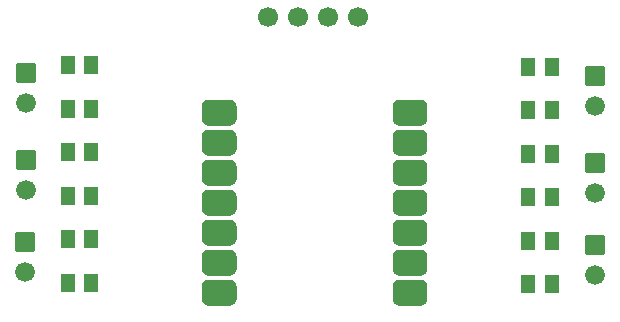
<source format=gts>
G04 Layer: TopSolderMaskLayer*
G04 EasyEDA v6.5.39, 2024-01-01 10:38:23*
G04 ea5c35bb8de24b5fb85cbc62f3f06c18,0207d7639cbd4ff9ba197a67aa53e6ca,10*
G04 Gerber Generator version 0.2*
G04 Scale: 100 percent, Rotated: No, Reflected: No *
G04 Dimensions in millimeters *
G04 leading zeros omitted , absolute positions ,4 integer and 5 decimal *
%FSLAX45Y45*%
%MOMM*%

%AMMACRO1*1,1,$1,$2,$3*1,1,$1,$4,$5*1,1,$1,0-$2,0-$3*1,1,$1,0-$4,0-$5*20,1,$1,$2,$3,$4,$5,0*20,1,$1,$4,$5,0-$2,0-$3,0*20,1,$1,0-$2,0-$3,0-$4,0-$5,0*20,1,$1,0-$4,0-$5,$2,$3,0*4,1,4,$2,$3,$4,$5,0-$2,0-$3,0-$4,0-$5,$2,$3,0*%
%ADD10MACRO1,0.1016X0.7874X-0.7874X-0.7874X-0.7874*%
%ADD11C,1.6764*%
%ADD12C,1.7000*%
%ADD13MACRO1,0.1016X-0.5663X-0.6885X-0.5663X0.6885*%
%ADD14MACRO1,0.1016X0.5663X-0.6885X0.5663X0.6885*%
%ADD15MACRO1,0.1016X0.5663X0.6885X0.5663X-0.6885*%
%ADD16MACRO1,0.1016X-0.5663X0.6885X-0.5663X-0.6885*%
%ADD17C,0.0136*%

%LPD*%
D10*
G01*
X1377950Y4508500D03*
D11*
G01*
X1377950Y4254500D03*
D10*
G01*
X1390650Y5207000D03*
D11*
G01*
X1390650Y4953000D03*
D10*
G01*
X1390650Y5943600D03*
D11*
G01*
X1390650Y5689600D03*
D10*
G01*
X6203950Y4483100D03*
D11*
G01*
X6203950Y4229100D03*
D10*
G01*
X6210300Y5181600D03*
D11*
G01*
X6210300Y4927600D03*
D10*
G01*
X6203950Y5918200D03*
D11*
G01*
X6203950Y5664200D03*
D12*
G01*
X3691991Y6413500D03*
G01*
X3437991Y6413500D03*
G01*
X3945991Y6413500D03*
G01*
X4199991Y6413500D03*
D13*
G01*
X1941504Y4165600D03*
D14*
G01*
X1741495Y4165600D03*
D15*
G01*
X1741495Y4533900D03*
D16*
G01*
X1941504Y4533900D03*
D13*
G01*
X1941504Y4902200D03*
D14*
G01*
X1741495Y4902200D03*
D15*
G01*
X1741495Y5270500D03*
D16*
G01*
X1941504Y5270500D03*
D13*
G01*
X1941504Y5638800D03*
D14*
G01*
X1741495Y5638800D03*
D15*
G01*
X1741495Y6007100D03*
D16*
G01*
X1941504Y6007100D03*
D13*
G01*
X5840404Y4152900D03*
D14*
G01*
X5640395Y4152900D03*
D13*
G01*
X5840404Y4521200D03*
D14*
G01*
X5640395Y4521200D03*
D13*
G01*
X5840404Y4889500D03*
D14*
G01*
X5640395Y4889500D03*
D13*
G01*
X5840404Y5257800D03*
D14*
G01*
X5640395Y5257800D03*
D13*
G01*
X5840404Y5626100D03*
D14*
G01*
X5640395Y5626100D03*
D13*
G01*
X5840404Y5994400D03*
D14*
G01*
X5640395Y5994400D03*
G36*
X4553407Y5494629D02*
G01*
X4552772Y5494654D01*
X4546727Y5495036D01*
X4545507Y5495188D01*
X4539589Y5496280D01*
X4538446Y5496560D01*
X4532680Y5498337D01*
X4531486Y5498769D01*
X4525975Y5501259D01*
X4524908Y5501817D01*
X4519726Y5504942D01*
X4518736Y5505653D01*
X4513986Y5509361D01*
X4513021Y5510199D01*
X4508754Y5514492D01*
X4507966Y5515406D01*
X4504258Y5520156D01*
X4503572Y5521147D01*
X4500448Y5526303D01*
X4499863Y5527370D01*
X4497374Y5532881D01*
X4496943Y5534050D01*
X4495139Y5539816D01*
X4494834Y5541035D01*
X4493768Y5546979D01*
X4493640Y5548147D01*
X4493259Y5554167D01*
X4493234Y5554802D01*
X4493234Y5654802D01*
X4493259Y5655437D01*
X4493640Y5661456D01*
X4493768Y5662625D01*
X4494834Y5668568D01*
X4495139Y5669787D01*
X4496943Y5675553D01*
X4497374Y5676722D01*
X4499863Y5682234D01*
X4500448Y5683300D01*
X4503572Y5688456D01*
X4504258Y5689447D01*
X4507966Y5694197D01*
X4508779Y5695137D01*
X4513046Y5699404D01*
X4513961Y5700191D01*
X4518710Y5703925D01*
X4519726Y5704662D01*
X4524908Y5707786D01*
X4525975Y5708345D01*
X4531486Y5710834D01*
X4532680Y5711266D01*
X4538446Y5713044D01*
X4539589Y5713323D01*
X4545507Y5714415D01*
X4546777Y5714568D01*
X4552822Y5714923D01*
X4553407Y5714949D01*
X4728387Y5714949D01*
X4728972Y5714923D01*
X4735017Y5714568D01*
X4736261Y5714415D01*
X4742205Y5713323D01*
X4743373Y5713044D01*
X4749139Y5711266D01*
X4750333Y5710809D01*
X4755819Y5708319D01*
X4756886Y5707786D01*
X4762068Y5704662D01*
X4763084Y5703925D01*
X4767834Y5700191D01*
X4768748Y5699404D01*
X4773015Y5695137D01*
X4773802Y5694222D01*
X4777536Y5689472D01*
X4778247Y5688456D01*
X4781372Y5683300D01*
X4781956Y5682183D01*
X4784420Y5676671D01*
X4784852Y5675553D01*
X4786655Y5669787D01*
X4786934Y5668594D01*
X4788027Y5662650D01*
X4788179Y5661431D01*
X4788534Y5655411D01*
X4788560Y5654802D01*
X4788560Y5554802D01*
X4788534Y5554192D01*
X4788179Y5548172D01*
X4788027Y5546953D01*
X4786934Y5541010D01*
X4786655Y5539816D01*
X4784852Y5534050D01*
X4784420Y5532932D01*
X4781956Y5527420D01*
X4781372Y5526303D01*
X4778247Y5521147D01*
X4777536Y5520131D01*
X4773802Y5515381D01*
X4773040Y5514492D01*
X4768773Y5510199D01*
X4767808Y5509361D01*
X4763058Y5505653D01*
X4762068Y5504942D01*
X4756886Y5501817D01*
X4755819Y5501284D01*
X4750333Y5498795D01*
X4749139Y5498337D01*
X4743373Y5496560D01*
X4742205Y5496280D01*
X4736261Y5495188D01*
X4735068Y5495036D01*
X4729022Y5494654D01*
X4728387Y5494629D01*
G37*
G36*
X4553407Y5240629D02*
G01*
X4552772Y5240654D01*
X4546727Y5241036D01*
X4545507Y5241188D01*
X4539589Y5242280D01*
X4538446Y5242560D01*
X4532680Y5244337D01*
X4531486Y5244769D01*
X4525975Y5247259D01*
X4524908Y5247817D01*
X4519726Y5250942D01*
X4518710Y5251678D01*
X4513961Y5255412D01*
X4513046Y5256199D01*
X4508779Y5260467D01*
X4507966Y5261406D01*
X4504258Y5266156D01*
X4503572Y5267147D01*
X4500448Y5272303D01*
X4499863Y5273370D01*
X4497374Y5278881D01*
X4496943Y5280050D01*
X4495139Y5285816D01*
X4494834Y5287035D01*
X4493768Y5292979D01*
X4493640Y5294147D01*
X4493259Y5300167D01*
X4493234Y5300802D01*
X4493234Y5400802D01*
X4493259Y5401437D01*
X4493640Y5407456D01*
X4493768Y5408625D01*
X4494834Y5414568D01*
X4495139Y5415787D01*
X4496943Y5421553D01*
X4497374Y5422722D01*
X4499863Y5428234D01*
X4500448Y5429300D01*
X4503572Y5434456D01*
X4504258Y5435447D01*
X4507966Y5440197D01*
X4508779Y5441137D01*
X4513046Y5445404D01*
X4513961Y5446191D01*
X4518710Y5449925D01*
X4519726Y5450662D01*
X4524908Y5453786D01*
X4525975Y5454345D01*
X4531486Y5456834D01*
X4532680Y5457266D01*
X4538446Y5459044D01*
X4539589Y5459323D01*
X4545507Y5460415D01*
X4546777Y5460568D01*
X4552822Y5460923D01*
X4553407Y5460949D01*
X4728387Y5460949D01*
X4728972Y5460923D01*
X4735017Y5460568D01*
X4736261Y5460415D01*
X4742205Y5459323D01*
X4743373Y5459044D01*
X4749139Y5457266D01*
X4750333Y5456809D01*
X4755819Y5454319D01*
X4756886Y5453786D01*
X4762068Y5450662D01*
X4763084Y5449925D01*
X4767834Y5446191D01*
X4768748Y5445404D01*
X4773015Y5441137D01*
X4773802Y5440222D01*
X4777536Y5435472D01*
X4778247Y5434456D01*
X4781372Y5429300D01*
X4781956Y5428183D01*
X4784420Y5422671D01*
X4784852Y5421553D01*
X4786655Y5415787D01*
X4786934Y5414594D01*
X4788027Y5408650D01*
X4788179Y5407431D01*
X4788534Y5401411D01*
X4788560Y5400802D01*
X4788560Y5300802D01*
X4788534Y5300192D01*
X4788179Y5294172D01*
X4788027Y5292953D01*
X4786934Y5287010D01*
X4786655Y5285816D01*
X4784852Y5280050D01*
X4784420Y5278932D01*
X4781956Y5273420D01*
X4781372Y5272303D01*
X4778247Y5267147D01*
X4777536Y5266131D01*
X4773802Y5261381D01*
X4773015Y5260467D01*
X4768748Y5256199D01*
X4767834Y5255412D01*
X4763084Y5251678D01*
X4762068Y5250942D01*
X4756886Y5247817D01*
X4755819Y5247284D01*
X4750333Y5244795D01*
X4749139Y5244337D01*
X4743373Y5242560D01*
X4742205Y5242280D01*
X4736261Y5241188D01*
X4735068Y5241036D01*
X4729022Y5240654D01*
X4728387Y5240629D01*
G37*
G36*
X4553407Y4986629D02*
G01*
X4552772Y4986654D01*
X4546727Y4987036D01*
X4545507Y4987188D01*
X4539589Y4988280D01*
X4538446Y4988560D01*
X4532680Y4990337D01*
X4531486Y4990769D01*
X4525975Y4993259D01*
X4524908Y4993817D01*
X4519726Y4996942D01*
X4518710Y4997678D01*
X4513961Y5001412D01*
X4513046Y5002199D01*
X4508779Y5006467D01*
X4507966Y5007406D01*
X4504258Y5012156D01*
X4503572Y5013147D01*
X4500448Y5018303D01*
X4499863Y5019370D01*
X4497374Y5024881D01*
X4496943Y5026050D01*
X4495139Y5031816D01*
X4494834Y5033035D01*
X4493768Y5038979D01*
X4493640Y5040147D01*
X4493259Y5046167D01*
X4493234Y5046802D01*
X4493234Y5146802D01*
X4493259Y5147437D01*
X4493640Y5153456D01*
X4493768Y5154625D01*
X4494834Y5160568D01*
X4495139Y5161787D01*
X4496943Y5167553D01*
X4497374Y5168722D01*
X4499863Y5174234D01*
X4500448Y5175300D01*
X4503572Y5180456D01*
X4504258Y5181447D01*
X4507966Y5186197D01*
X4508779Y5187137D01*
X4513046Y5191404D01*
X4513961Y5192191D01*
X4518710Y5195925D01*
X4519726Y5196662D01*
X4524908Y5199786D01*
X4525975Y5200345D01*
X4531486Y5202834D01*
X4532680Y5203266D01*
X4538446Y5205044D01*
X4539589Y5205323D01*
X4545507Y5206415D01*
X4546777Y5206568D01*
X4552822Y5206923D01*
X4553407Y5206949D01*
X4728387Y5206949D01*
X4728972Y5206923D01*
X4735017Y5206568D01*
X4736261Y5206415D01*
X4742205Y5205323D01*
X4743373Y5205044D01*
X4749139Y5203266D01*
X4750333Y5202809D01*
X4755819Y5200319D01*
X4756886Y5199786D01*
X4762068Y5196662D01*
X4763084Y5195925D01*
X4767834Y5192191D01*
X4768748Y5191404D01*
X4773015Y5187137D01*
X4773802Y5186222D01*
X4777536Y5181472D01*
X4778247Y5180456D01*
X4781372Y5175300D01*
X4781956Y5174183D01*
X4784420Y5168671D01*
X4784852Y5167553D01*
X4786655Y5161787D01*
X4786934Y5160594D01*
X4788027Y5154650D01*
X4788179Y5153431D01*
X4788534Y5147411D01*
X4788560Y5146802D01*
X4788560Y5046802D01*
X4788534Y5046192D01*
X4788179Y5040172D01*
X4788027Y5038953D01*
X4786934Y5033010D01*
X4786655Y5031816D01*
X4784852Y5026050D01*
X4784420Y5024932D01*
X4781956Y5019420D01*
X4781372Y5018303D01*
X4778247Y5013147D01*
X4777536Y5012131D01*
X4773802Y5007381D01*
X4773015Y5006467D01*
X4768748Y5002199D01*
X4767834Y5001412D01*
X4763084Y4997678D01*
X4762068Y4996942D01*
X4756886Y4993817D01*
X4755819Y4993284D01*
X4750333Y4990795D01*
X4749139Y4990337D01*
X4743373Y4988560D01*
X4742205Y4988280D01*
X4736261Y4987188D01*
X4735068Y4987036D01*
X4729022Y4986654D01*
X4728387Y4986629D01*
G37*
G36*
X4553407Y4732629D02*
G01*
X4552772Y4732654D01*
X4546727Y4733036D01*
X4545507Y4733188D01*
X4539589Y4734280D01*
X4538446Y4734560D01*
X4532680Y4736337D01*
X4531486Y4736769D01*
X4525975Y4739259D01*
X4524908Y4739817D01*
X4519726Y4742942D01*
X4518710Y4743678D01*
X4513961Y4747412D01*
X4513046Y4748199D01*
X4508779Y4752467D01*
X4507966Y4753406D01*
X4504258Y4758156D01*
X4503572Y4759147D01*
X4500448Y4764303D01*
X4499863Y4765370D01*
X4497374Y4770881D01*
X4496943Y4772050D01*
X4495139Y4777816D01*
X4494834Y4779035D01*
X4493768Y4784979D01*
X4493640Y4786147D01*
X4493259Y4792167D01*
X4493234Y4792802D01*
X4493234Y4892802D01*
X4493259Y4893437D01*
X4493640Y4899456D01*
X4493768Y4900625D01*
X4494834Y4906568D01*
X4495139Y4907787D01*
X4496943Y4913553D01*
X4497374Y4914722D01*
X4499863Y4920234D01*
X4500448Y4921300D01*
X4503572Y4926456D01*
X4504258Y4927447D01*
X4507966Y4932197D01*
X4508779Y4933137D01*
X4513046Y4937404D01*
X4513961Y4938191D01*
X4518710Y4941925D01*
X4519726Y4942662D01*
X4524908Y4945786D01*
X4525975Y4946345D01*
X4531486Y4948834D01*
X4532680Y4949266D01*
X4538446Y4951044D01*
X4539589Y4951323D01*
X4545507Y4952415D01*
X4546727Y4952568D01*
X4552772Y4952949D01*
X4553407Y4952974D01*
X4728387Y4952974D01*
X4729022Y4952949D01*
X4735068Y4952568D01*
X4736261Y4952415D01*
X4742205Y4951323D01*
X4743373Y4951044D01*
X4749139Y4949266D01*
X4750333Y4948809D01*
X4755819Y4946319D01*
X4756886Y4945786D01*
X4762068Y4942662D01*
X4763084Y4941925D01*
X4767834Y4938191D01*
X4768748Y4937404D01*
X4773015Y4933137D01*
X4773802Y4932222D01*
X4777536Y4927472D01*
X4778247Y4926456D01*
X4781372Y4921300D01*
X4781956Y4920183D01*
X4784420Y4914671D01*
X4784852Y4913553D01*
X4786655Y4907787D01*
X4786934Y4906594D01*
X4788027Y4900650D01*
X4788179Y4899431D01*
X4788534Y4893411D01*
X4788560Y4892802D01*
X4788560Y4792802D01*
X4788534Y4792192D01*
X4788179Y4786172D01*
X4788027Y4784953D01*
X4786934Y4779010D01*
X4786655Y4777816D01*
X4784852Y4772050D01*
X4784420Y4770932D01*
X4781956Y4765420D01*
X4781372Y4764303D01*
X4778247Y4759147D01*
X4777536Y4758131D01*
X4773802Y4753381D01*
X4773015Y4752467D01*
X4768748Y4748199D01*
X4767834Y4747412D01*
X4763084Y4743678D01*
X4762068Y4742942D01*
X4756886Y4739817D01*
X4755819Y4739284D01*
X4750333Y4736795D01*
X4749139Y4736337D01*
X4743373Y4734560D01*
X4742205Y4734280D01*
X4736261Y4733188D01*
X4735068Y4733036D01*
X4729022Y4732654D01*
X4728387Y4732629D01*
G37*
G36*
X4553407Y4478654D02*
G01*
X4552822Y4478680D01*
X4546777Y4479036D01*
X4545507Y4479188D01*
X4539589Y4480280D01*
X4538446Y4480560D01*
X4532680Y4482337D01*
X4531486Y4482769D01*
X4525975Y4485259D01*
X4524908Y4485817D01*
X4519726Y4488942D01*
X4518710Y4489678D01*
X4513961Y4493412D01*
X4513046Y4494199D01*
X4508779Y4498467D01*
X4507966Y4499406D01*
X4504258Y4504156D01*
X4503572Y4505147D01*
X4500448Y4510303D01*
X4499863Y4511370D01*
X4497374Y4516881D01*
X4496943Y4518050D01*
X4495139Y4523816D01*
X4494834Y4525035D01*
X4493768Y4530979D01*
X4493640Y4532147D01*
X4493259Y4538167D01*
X4493234Y4538802D01*
X4493234Y4638802D01*
X4493259Y4639437D01*
X4493640Y4645456D01*
X4493768Y4646625D01*
X4494834Y4652568D01*
X4495139Y4653787D01*
X4496943Y4659553D01*
X4497374Y4660722D01*
X4499863Y4666234D01*
X4500448Y4667300D01*
X4503572Y4672456D01*
X4504258Y4673447D01*
X4507966Y4678197D01*
X4508779Y4679137D01*
X4513046Y4683404D01*
X4513961Y4684191D01*
X4518710Y4687925D01*
X4519726Y4688662D01*
X4524908Y4691786D01*
X4525975Y4692345D01*
X4531486Y4694834D01*
X4532680Y4695266D01*
X4538446Y4697044D01*
X4539589Y4697323D01*
X4545507Y4698415D01*
X4546727Y4698568D01*
X4552772Y4698949D01*
X4553407Y4698974D01*
X4728387Y4698974D01*
X4729022Y4698949D01*
X4735068Y4698568D01*
X4736261Y4698415D01*
X4742205Y4697323D01*
X4743373Y4697044D01*
X4749139Y4695266D01*
X4750333Y4694809D01*
X4755819Y4692319D01*
X4756886Y4691786D01*
X4762068Y4688662D01*
X4763084Y4687925D01*
X4767834Y4684191D01*
X4768748Y4683404D01*
X4773015Y4679137D01*
X4773802Y4678222D01*
X4777536Y4673472D01*
X4778247Y4672456D01*
X4781372Y4667300D01*
X4781956Y4666183D01*
X4784420Y4660671D01*
X4784852Y4659553D01*
X4786655Y4653787D01*
X4786934Y4652594D01*
X4788027Y4646650D01*
X4788179Y4645431D01*
X4788534Y4639411D01*
X4788560Y4638802D01*
X4788560Y4538802D01*
X4788534Y4538192D01*
X4788179Y4532172D01*
X4788027Y4530953D01*
X4786934Y4525010D01*
X4786655Y4523816D01*
X4784852Y4518050D01*
X4784420Y4516932D01*
X4781956Y4511420D01*
X4781372Y4510303D01*
X4778247Y4505147D01*
X4777536Y4504131D01*
X4773802Y4499381D01*
X4773015Y4498467D01*
X4768748Y4494199D01*
X4767834Y4493412D01*
X4763084Y4489678D01*
X4762068Y4488942D01*
X4756886Y4485817D01*
X4755819Y4485284D01*
X4750333Y4482795D01*
X4749139Y4482337D01*
X4743373Y4480560D01*
X4742205Y4480280D01*
X4736261Y4479188D01*
X4735017Y4479036D01*
X4728972Y4478680D01*
X4728387Y4478654D01*
G37*
G36*
X4553407Y4224654D02*
G01*
X4552822Y4224680D01*
X4546777Y4225036D01*
X4545507Y4225188D01*
X4539589Y4226280D01*
X4538446Y4226560D01*
X4532680Y4228337D01*
X4531486Y4228769D01*
X4525975Y4231259D01*
X4524908Y4231817D01*
X4519726Y4234942D01*
X4518710Y4235678D01*
X4513961Y4239412D01*
X4513046Y4240199D01*
X4508779Y4244467D01*
X4507966Y4245406D01*
X4504258Y4250156D01*
X4503572Y4251147D01*
X4500448Y4256303D01*
X4499863Y4257370D01*
X4497374Y4262881D01*
X4496943Y4264050D01*
X4495139Y4269816D01*
X4494834Y4271035D01*
X4493768Y4276979D01*
X4493640Y4278147D01*
X4493259Y4284167D01*
X4493234Y4284802D01*
X4493234Y4384802D01*
X4493259Y4385437D01*
X4493640Y4391456D01*
X4493768Y4392625D01*
X4494834Y4398568D01*
X4495139Y4399787D01*
X4496943Y4405553D01*
X4497374Y4406722D01*
X4499863Y4412234D01*
X4500448Y4413300D01*
X4503572Y4418456D01*
X4504258Y4419447D01*
X4507966Y4424197D01*
X4508779Y4425137D01*
X4513046Y4429404D01*
X4513961Y4430191D01*
X4518710Y4433925D01*
X4519726Y4434662D01*
X4524908Y4437786D01*
X4525975Y4438345D01*
X4531486Y4440834D01*
X4532680Y4441266D01*
X4538446Y4443044D01*
X4539589Y4443323D01*
X4545507Y4444415D01*
X4546727Y4444568D01*
X4552772Y4444949D01*
X4553407Y4444974D01*
X4728387Y4444974D01*
X4729022Y4444949D01*
X4735068Y4444568D01*
X4736261Y4444415D01*
X4742205Y4443323D01*
X4743373Y4443044D01*
X4749139Y4441266D01*
X4750333Y4440809D01*
X4755819Y4438319D01*
X4756886Y4437786D01*
X4762068Y4434662D01*
X4763084Y4433925D01*
X4767834Y4430191D01*
X4768748Y4429404D01*
X4773015Y4425137D01*
X4773802Y4424222D01*
X4777536Y4419472D01*
X4778247Y4418456D01*
X4781372Y4413300D01*
X4781956Y4412183D01*
X4784420Y4406671D01*
X4784852Y4405553D01*
X4786655Y4399787D01*
X4786934Y4398594D01*
X4788027Y4392650D01*
X4788179Y4391431D01*
X4788534Y4385411D01*
X4788560Y4384802D01*
X4788560Y4284802D01*
X4788534Y4284192D01*
X4788179Y4278172D01*
X4788027Y4276953D01*
X4786934Y4271010D01*
X4786655Y4269816D01*
X4784852Y4264050D01*
X4784420Y4262932D01*
X4781956Y4257420D01*
X4781372Y4256303D01*
X4778247Y4251147D01*
X4777536Y4250131D01*
X4773802Y4245381D01*
X4773015Y4244467D01*
X4768748Y4240199D01*
X4767834Y4239412D01*
X4763084Y4235678D01*
X4762068Y4234942D01*
X4756886Y4231817D01*
X4755819Y4231284D01*
X4750333Y4228795D01*
X4749139Y4228337D01*
X4743373Y4226560D01*
X4742205Y4226280D01*
X4736261Y4225188D01*
X4735017Y4225036D01*
X4728972Y4224680D01*
X4728387Y4224654D01*
G37*
G36*
X4553407Y3970654D02*
G01*
X4552822Y3970680D01*
X4546777Y3971036D01*
X4545507Y3971188D01*
X4539589Y3972280D01*
X4538446Y3972560D01*
X4532680Y3974337D01*
X4531486Y3974769D01*
X4525975Y3977259D01*
X4524908Y3977817D01*
X4519726Y3980942D01*
X4518710Y3981678D01*
X4513961Y3985412D01*
X4513046Y3986199D01*
X4508779Y3990467D01*
X4507966Y3991406D01*
X4504258Y3996156D01*
X4503572Y3997147D01*
X4500448Y4002303D01*
X4499863Y4003370D01*
X4497374Y4008881D01*
X4496943Y4010050D01*
X4495139Y4015816D01*
X4494834Y4017035D01*
X4493768Y4022979D01*
X4493640Y4024147D01*
X4493259Y4030167D01*
X4493234Y4030802D01*
X4493234Y4130802D01*
X4493259Y4131437D01*
X4493640Y4137456D01*
X4493768Y4138625D01*
X4494834Y4144568D01*
X4495139Y4145787D01*
X4496943Y4151553D01*
X4497374Y4152722D01*
X4499863Y4158234D01*
X4500448Y4159300D01*
X4503572Y4164456D01*
X4504258Y4165447D01*
X4507966Y4170197D01*
X4508754Y4171111D01*
X4513021Y4175404D01*
X4513986Y4176242D01*
X4518736Y4179951D01*
X4519726Y4180662D01*
X4524908Y4183786D01*
X4525975Y4184345D01*
X4531486Y4186834D01*
X4532680Y4187266D01*
X4538446Y4189044D01*
X4539589Y4189323D01*
X4545507Y4190415D01*
X4546727Y4190568D01*
X4552772Y4190949D01*
X4553407Y4190974D01*
X4728387Y4190974D01*
X4729022Y4190949D01*
X4735068Y4190568D01*
X4736261Y4190415D01*
X4742205Y4189323D01*
X4743373Y4189044D01*
X4749139Y4187266D01*
X4750333Y4186809D01*
X4755819Y4184319D01*
X4756886Y4183786D01*
X4762068Y4180662D01*
X4763058Y4179951D01*
X4767808Y4176242D01*
X4768773Y4175404D01*
X4773040Y4171111D01*
X4773802Y4170222D01*
X4777536Y4165472D01*
X4778247Y4164456D01*
X4781372Y4159300D01*
X4781956Y4158183D01*
X4784420Y4152671D01*
X4784852Y4151553D01*
X4786655Y4145787D01*
X4786934Y4144594D01*
X4788027Y4138650D01*
X4788179Y4137431D01*
X4788534Y4131411D01*
X4788560Y4130802D01*
X4788560Y4030802D01*
X4788534Y4030192D01*
X4788179Y4024172D01*
X4788027Y4022953D01*
X4786934Y4017010D01*
X4786655Y4015816D01*
X4784852Y4010050D01*
X4784420Y4008932D01*
X4781956Y4003420D01*
X4781372Y4002303D01*
X4778247Y3997147D01*
X4777536Y3996131D01*
X4773802Y3991381D01*
X4773015Y3990467D01*
X4768748Y3986199D01*
X4767834Y3985412D01*
X4763084Y3981678D01*
X4762068Y3980942D01*
X4756886Y3977817D01*
X4755819Y3977284D01*
X4750333Y3974795D01*
X4749139Y3974337D01*
X4743373Y3972560D01*
X4742205Y3972280D01*
X4736261Y3971188D01*
X4735017Y3971036D01*
X4728972Y3970680D01*
X4728387Y3970654D01*
G37*
G36*
X2936900Y5494629D02*
G01*
X2936265Y5494654D01*
X2930245Y5495036D01*
X2929051Y5495188D01*
X2923108Y5496280D01*
X2921939Y5496560D01*
X2916174Y5498337D01*
X2914980Y5498769D01*
X2909468Y5501259D01*
X2908401Y5501843D01*
X2903245Y5504967D01*
X2902254Y5505653D01*
X2897504Y5509361D01*
X2896539Y5510199D01*
X2892272Y5514492D01*
X2891510Y5515381D01*
X2887776Y5520131D01*
X2887065Y5521147D01*
X2883941Y5526303D01*
X2883357Y5527420D01*
X2880893Y5532932D01*
X2880461Y5534050D01*
X2878658Y5539816D01*
X2878378Y5541010D01*
X2877286Y5546953D01*
X2877134Y5548172D01*
X2876778Y5554192D01*
X2876753Y5554802D01*
X2876753Y5654802D01*
X2876778Y5655411D01*
X2877134Y5661431D01*
X2877286Y5662650D01*
X2878378Y5668594D01*
X2878658Y5669787D01*
X2880461Y5675553D01*
X2880893Y5676671D01*
X2883357Y5682183D01*
X2883941Y5683300D01*
X2887065Y5688456D01*
X2887776Y5689472D01*
X2891510Y5694222D01*
X2892297Y5695137D01*
X2896565Y5699404D01*
X2897479Y5700191D01*
X2902229Y5703925D01*
X2903245Y5704636D01*
X2908401Y5707761D01*
X2909468Y5708345D01*
X2914980Y5710834D01*
X2916174Y5711266D01*
X2921939Y5713044D01*
X2923108Y5713323D01*
X2929051Y5714415D01*
X2930270Y5714568D01*
X2936290Y5714923D01*
X2936900Y5714949D01*
X3111906Y5714949D01*
X3112515Y5714923D01*
X3118535Y5714568D01*
X3119754Y5714415D01*
X3125698Y5713323D01*
X3126866Y5713044D01*
X3132632Y5711266D01*
X3133826Y5710834D01*
X3139338Y5708345D01*
X3140405Y5707761D01*
X3145561Y5704636D01*
X3146577Y5703925D01*
X3151327Y5700191D01*
X3152241Y5699404D01*
X3156508Y5695137D01*
X3157296Y5694222D01*
X3161029Y5689472D01*
X3161741Y5688456D01*
X3164865Y5683300D01*
X3165449Y5682183D01*
X3167913Y5676671D01*
X3168345Y5675553D01*
X3170148Y5669787D01*
X3170427Y5668594D01*
X3171520Y5662650D01*
X3171672Y5661431D01*
X3172028Y5655411D01*
X3172053Y5654802D01*
X3172053Y5554802D01*
X3172028Y5554192D01*
X3171672Y5548172D01*
X3171520Y5546953D01*
X3170427Y5541010D01*
X3170148Y5539816D01*
X3168345Y5534050D01*
X3167913Y5532932D01*
X3165449Y5527420D01*
X3164865Y5526303D01*
X3161741Y5521147D01*
X3161029Y5520131D01*
X3157296Y5515381D01*
X3156534Y5514492D01*
X3152266Y5510199D01*
X3151301Y5509361D01*
X3146552Y5505653D01*
X3145561Y5504967D01*
X3140405Y5501843D01*
X3139338Y5501259D01*
X3133826Y5498769D01*
X3132632Y5498337D01*
X3126866Y5496560D01*
X3125698Y5496280D01*
X3119754Y5495188D01*
X3118561Y5495036D01*
X3112541Y5494654D01*
X3111906Y5494629D01*
G37*
G36*
X2936900Y5240629D02*
G01*
X2936265Y5240654D01*
X2930245Y5241036D01*
X2929051Y5241188D01*
X2923108Y5242280D01*
X2921939Y5242560D01*
X2916174Y5244337D01*
X2914980Y5244769D01*
X2909468Y5247259D01*
X2908401Y5247843D01*
X2903245Y5250967D01*
X2902229Y5251678D01*
X2897479Y5255412D01*
X2896565Y5256199D01*
X2892297Y5260467D01*
X2891510Y5261381D01*
X2887776Y5266131D01*
X2887065Y5267147D01*
X2883941Y5272303D01*
X2883357Y5273420D01*
X2880893Y5278932D01*
X2880461Y5280050D01*
X2878658Y5285816D01*
X2878378Y5287010D01*
X2877286Y5292953D01*
X2877134Y5294172D01*
X2876778Y5300192D01*
X2876753Y5300802D01*
X2876753Y5400802D01*
X2876778Y5401411D01*
X2877134Y5407431D01*
X2877286Y5408650D01*
X2878378Y5414594D01*
X2878658Y5415787D01*
X2880461Y5421553D01*
X2880893Y5422671D01*
X2883357Y5428183D01*
X2883941Y5429300D01*
X2887065Y5434456D01*
X2887776Y5435472D01*
X2891510Y5440222D01*
X2892297Y5441137D01*
X2896565Y5445404D01*
X2897479Y5446191D01*
X2902229Y5449925D01*
X2903245Y5450636D01*
X2908401Y5453761D01*
X2909468Y5454345D01*
X2914980Y5456834D01*
X2916174Y5457266D01*
X2921939Y5459044D01*
X2923108Y5459323D01*
X2929051Y5460415D01*
X2930270Y5460568D01*
X2936290Y5460923D01*
X2936900Y5460949D01*
X3111906Y5460949D01*
X3112515Y5460923D01*
X3118535Y5460568D01*
X3119754Y5460415D01*
X3125698Y5459323D01*
X3126866Y5459044D01*
X3132632Y5457266D01*
X3133826Y5456834D01*
X3139338Y5454345D01*
X3140405Y5453761D01*
X3145561Y5450636D01*
X3146577Y5449925D01*
X3151327Y5446191D01*
X3152241Y5445404D01*
X3156508Y5441137D01*
X3157296Y5440222D01*
X3161029Y5435472D01*
X3161741Y5434456D01*
X3164865Y5429300D01*
X3165449Y5428183D01*
X3167913Y5422671D01*
X3168345Y5421553D01*
X3170148Y5415787D01*
X3170427Y5414594D01*
X3171520Y5408650D01*
X3171672Y5407431D01*
X3172028Y5401411D01*
X3172053Y5400802D01*
X3172053Y5300802D01*
X3172028Y5300192D01*
X3171672Y5294172D01*
X3171520Y5292953D01*
X3170427Y5287010D01*
X3170148Y5285816D01*
X3168345Y5280050D01*
X3167913Y5278932D01*
X3165449Y5273420D01*
X3164865Y5272303D01*
X3161741Y5267147D01*
X3161029Y5266131D01*
X3157296Y5261381D01*
X3156508Y5260467D01*
X3152241Y5256199D01*
X3151327Y5255412D01*
X3146577Y5251678D01*
X3145561Y5250967D01*
X3140405Y5247843D01*
X3139338Y5247259D01*
X3133826Y5244769D01*
X3132632Y5244337D01*
X3126866Y5242560D01*
X3125698Y5242280D01*
X3119754Y5241188D01*
X3118561Y5241036D01*
X3112541Y5240654D01*
X3111906Y5240629D01*
G37*
G36*
X2936900Y4986629D02*
G01*
X2936265Y4986654D01*
X2930245Y4987036D01*
X2929051Y4987188D01*
X2923108Y4988280D01*
X2921939Y4988560D01*
X2916174Y4990337D01*
X2914980Y4990769D01*
X2909468Y4993259D01*
X2908401Y4993843D01*
X2903245Y4996967D01*
X2902229Y4997678D01*
X2897479Y5001412D01*
X2896565Y5002199D01*
X2892297Y5006467D01*
X2891510Y5007381D01*
X2887776Y5012131D01*
X2887065Y5013147D01*
X2883941Y5018303D01*
X2883357Y5019420D01*
X2880893Y5024932D01*
X2880461Y5026050D01*
X2878658Y5031816D01*
X2878378Y5033010D01*
X2877286Y5038953D01*
X2877134Y5040172D01*
X2876778Y5046192D01*
X2876753Y5046802D01*
X2876753Y5146802D01*
X2876778Y5147411D01*
X2877134Y5153431D01*
X2877286Y5154650D01*
X2878378Y5160594D01*
X2878658Y5161787D01*
X2880461Y5167553D01*
X2880893Y5168671D01*
X2883357Y5174183D01*
X2883941Y5175300D01*
X2887065Y5180456D01*
X2887776Y5181472D01*
X2891510Y5186222D01*
X2892297Y5187137D01*
X2896565Y5191404D01*
X2897479Y5192191D01*
X2902229Y5195925D01*
X2903245Y5196636D01*
X2908401Y5199761D01*
X2909468Y5200345D01*
X2914980Y5202834D01*
X2916174Y5203266D01*
X2921939Y5205044D01*
X2923108Y5205323D01*
X2929051Y5206415D01*
X2930270Y5206568D01*
X2936290Y5206923D01*
X2936900Y5206949D01*
X3111906Y5206949D01*
X3112515Y5206923D01*
X3118535Y5206568D01*
X3119754Y5206415D01*
X3125698Y5205323D01*
X3126866Y5205044D01*
X3132632Y5203266D01*
X3133826Y5202834D01*
X3139338Y5200345D01*
X3140405Y5199761D01*
X3145561Y5196636D01*
X3146577Y5195925D01*
X3151327Y5192191D01*
X3152241Y5191404D01*
X3156508Y5187137D01*
X3157296Y5186222D01*
X3161029Y5181472D01*
X3161741Y5180456D01*
X3164865Y5175300D01*
X3165449Y5174183D01*
X3167913Y5168671D01*
X3168345Y5167553D01*
X3170148Y5161787D01*
X3170427Y5160594D01*
X3171520Y5154650D01*
X3171672Y5153431D01*
X3172028Y5147411D01*
X3172053Y5146802D01*
X3172053Y5046802D01*
X3172028Y5046192D01*
X3171672Y5040172D01*
X3171520Y5038953D01*
X3170427Y5033010D01*
X3170148Y5031816D01*
X3168345Y5026050D01*
X3167913Y5024932D01*
X3165449Y5019420D01*
X3164865Y5018303D01*
X3161741Y5013147D01*
X3161029Y5012131D01*
X3157296Y5007381D01*
X3156508Y5006467D01*
X3152241Y5002199D01*
X3151327Y5001412D01*
X3146577Y4997678D01*
X3145561Y4996967D01*
X3140405Y4993843D01*
X3139338Y4993259D01*
X3133826Y4990769D01*
X3132632Y4990337D01*
X3126866Y4988560D01*
X3125698Y4988280D01*
X3119754Y4987188D01*
X3118561Y4987036D01*
X3112541Y4986654D01*
X3111906Y4986629D01*
G37*
G36*
X2936900Y4732629D02*
G01*
X2936265Y4732654D01*
X2930245Y4733036D01*
X2929051Y4733188D01*
X2923108Y4734280D01*
X2921939Y4734560D01*
X2916174Y4736337D01*
X2914980Y4736769D01*
X2909468Y4739259D01*
X2908401Y4739843D01*
X2903245Y4742967D01*
X2902229Y4743678D01*
X2897479Y4747412D01*
X2896565Y4748199D01*
X2892297Y4752467D01*
X2891510Y4753381D01*
X2887776Y4758131D01*
X2887065Y4759147D01*
X2883941Y4764303D01*
X2883357Y4765420D01*
X2880893Y4770932D01*
X2880461Y4772050D01*
X2878658Y4777816D01*
X2878378Y4779010D01*
X2877286Y4784953D01*
X2877134Y4786172D01*
X2876778Y4792192D01*
X2876753Y4792802D01*
X2876753Y4892802D01*
X2876778Y4893411D01*
X2877134Y4899431D01*
X2877286Y4900650D01*
X2878378Y4906594D01*
X2878658Y4907787D01*
X2880461Y4913553D01*
X2880893Y4914671D01*
X2883357Y4920183D01*
X2883941Y4921300D01*
X2887065Y4926456D01*
X2887776Y4927472D01*
X2891510Y4932222D01*
X2892297Y4933137D01*
X2896565Y4937404D01*
X2897479Y4938191D01*
X2902229Y4941925D01*
X2903245Y4942636D01*
X2908401Y4945761D01*
X2909468Y4946345D01*
X2914980Y4948834D01*
X2916174Y4949266D01*
X2921939Y4951044D01*
X2923108Y4951323D01*
X2929051Y4952415D01*
X2930245Y4952568D01*
X2936265Y4952949D01*
X2936900Y4952974D01*
X3111906Y4952974D01*
X3112541Y4952949D01*
X3118561Y4952568D01*
X3119754Y4952415D01*
X3125698Y4951323D01*
X3126866Y4951044D01*
X3132632Y4949266D01*
X3133826Y4948834D01*
X3139338Y4946345D01*
X3140405Y4945761D01*
X3145561Y4942636D01*
X3146577Y4941925D01*
X3151327Y4938191D01*
X3152241Y4937404D01*
X3156508Y4933137D01*
X3157296Y4932222D01*
X3161029Y4927472D01*
X3161741Y4926456D01*
X3164865Y4921300D01*
X3165449Y4920183D01*
X3167913Y4914671D01*
X3168345Y4913553D01*
X3170148Y4907787D01*
X3170427Y4906594D01*
X3171520Y4900650D01*
X3171672Y4899431D01*
X3172028Y4893411D01*
X3172053Y4892802D01*
X3172053Y4792802D01*
X3172028Y4792192D01*
X3171672Y4786172D01*
X3171520Y4784953D01*
X3170427Y4779010D01*
X3170148Y4777816D01*
X3168345Y4772050D01*
X3167913Y4770932D01*
X3165449Y4765420D01*
X3164865Y4764303D01*
X3161741Y4759147D01*
X3161029Y4758131D01*
X3157296Y4753381D01*
X3156508Y4752467D01*
X3152241Y4748199D01*
X3151327Y4747412D01*
X3146577Y4743678D01*
X3145561Y4742967D01*
X3140405Y4739843D01*
X3139338Y4739259D01*
X3133826Y4736769D01*
X3132632Y4736337D01*
X3126866Y4734560D01*
X3125698Y4734280D01*
X3119754Y4733188D01*
X3118561Y4733036D01*
X3112541Y4732654D01*
X3111906Y4732629D01*
G37*
G36*
X2936900Y4478654D02*
G01*
X2936290Y4478680D01*
X2930270Y4479036D01*
X2929051Y4479188D01*
X2923108Y4480280D01*
X2921939Y4480560D01*
X2916174Y4482337D01*
X2914980Y4482769D01*
X2909468Y4485259D01*
X2908401Y4485843D01*
X2903245Y4488967D01*
X2902229Y4489678D01*
X2897479Y4493412D01*
X2896565Y4494199D01*
X2892297Y4498467D01*
X2891510Y4499381D01*
X2887776Y4504131D01*
X2887065Y4505147D01*
X2883941Y4510303D01*
X2883357Y4511420D01*
X2880893Y4516932D01*
X2880461Y4518050D01*
X2878658Y4523816D01*
X2878378Y4525010D01*
X2877286Y4530953D01*
X2877134Y4532172D01*
X2876778Y4538192D01*
X2876753Y4538802D01*
X2876753Y4638802D01*
X2876778Y4639411D01*
X2877134Y4645431D01*
X2877286Y4646650D01*
X2878378Y4652594D01*
X2878658Y4653787D01*
X2880461Y4659553D01*
X2880893Y4660671D01*
X2883357Y4666183D01*
X2883941Y4667300D01*
X2887065Y4672456D01*
X2887776Y4673472D01*
X2891510Y4678222D01*
X2892297Y4679137D01*
X2896565Y4683404D01*
X2897479Y4684191D01*
X2902229Y4687925D01*
X2903245Y4688636D01*
X2908401Y4691761D01*
X2909468Y4692345D01*
X2914980Y4694834D01*
X2916174Y4695266D01*
X2921939Y4697044D01*
X2923108Y4697323D01*
X2929051Y4698415D01*
X2930245Y4698568D01*
X2936265Y4698949D01*
X2936900Y4698974D01*
X3111906Y4698974D01*
X3112541Y4698949D01*
X3118561Y4698568D01*
X3119754Y4698415D01*
X3125698Y4697323D01*
X3126866Y4697044D01*
X3132632Y4695266D01*
X3133826Y4694834D01*
X3139338Y4692345D01*
X3140405Y4691761D01*
X3145561Y4688636D01*
X3146577Y4687925D01*
X3151327Y4684191D01*
X3152241Y4683404D01*
X3156508Y4679137D01*
X3157296Y4678222D01*
X3161029Y4673472D01*
X3161741Y4672456D01*
X3164865Y4667300D01*
X3165449Y4666183D01*
X3167913Y4660671D01*
X3168345Y4659553D01*
X3170148Y4653787D01*
X3170427Y4652594D01*
X3171520Y4646650D01*
X3171672Y4645431D01*
X3172028Y4639411D01*
X3172053Y4638802D01*
X3172053Y4538802D01*
X3172028Y4538192D01*
X3171672Y4532172D01*
X3171520Y4530953D01*
X3170427Y4525010D01*
X3170148Y4523816D01*
X3168345Y4518050D01*
X3167913Y4516932D01*
X3165449Y4511420D01*
X3164865Y4510303D01*
X3161741Y4505147D01*
X3161029Y4504131D01*
X3157296Y4499381D01*
X3156508Y4498467D01*
X3152241Y4494199D01*
X3151327Y4493412D01*
X3146577Y4489678D01*
X3145561Y4488967D01*
X3140405Y4485843D01*
X3139338Y4485259D01*
X3133826Y4482769D01*
X3132632Y4482337D01*
X3126866Y4480560D01*
X3125698Y4480280D01*
X3119754Y4479188D01*
X3118535Y4479036D01*
X3112515Y4478680D01*
X3111906Y4478654D01*
G37*
G36*
X2936900Y4224654D02*
G01*
X2936290Y4224680D01*
X2930270Y4225036D01*
X2929051Y4225188D01*
X2923108Y4226280D01*
X2921939Y4226560D01*
X2916174Y4228337D01*
X2914980Y4228769D01*
X2909468Y4231259D01*
X2908401Y4231843D01*
X2903245Y4234967D01*
X2902229Y4235678D01*
X2897479Y4239412D01*
X2896565Y4240199D01*
X2892297Y4244467D01*
X2891510Y4245381D01*
X2887776Y4250131D01*
X2887065Y4251147D01*
X2883941Y4256303D01*
X2883357Y4257420D01*
X2880893Y4262932D01*
X2880461Y4264050D01*
X2878658Y4269816D01*
X2878378Y4271010D01*
X2877286Y4276953D01*
X2877134Y4278172D01*
X2876778Y4284192D01*
X2876753Y4284802D01*
X2876753Y4384802D01*
X2876778Y4385411D01*
X2877134Y4391431D01*
X2877286Y4392650D01*
X2878378Y4398594D01*
X2878658Y4399787D01*
X2880461Y4405553D01*
X2880893Y4406671D01*
X2883357Y4412183D01*
X2883941Y4413300D01*
X2887065Y4418456D01*
X2887776Y4419472D01*
X2891510Y4424222D01*
X2892297Y4425137D01*
X2896565Y4429404D01*
X2897479Y4430191D01*
X2902229Y4433925D01*
X2903245Y4434636D01*
X2908401Y4437761D01*
X2909468Y4438345D01*
X2914980Y4440834D01*
X2916174Y4441266D01*
X2921939Y4443044D01*
X2923108Y4443323D01*
X2929051Y4444415D01*
X2930245Y4444568D01*
X2936265Y4444949D01*
X2936900Y4444974D01*
X3111906Y4444974D01*
X3112541Y4444949D01*
X3118561Y4444568D01*
X3119754Y4444415D01*
X3125698Y4443323D01*
X3126866Y4443044D01*
X3132632Y4441266D01*
X3133826Y4440834D01*
X3139338Y4438345D01*
X3140405Y4437761D01*
X3145561Y4434636D01*
X3146577Y4433925D01*
X3151327Y4430191D01*
X3152241Y4429404D01*
X3156508Y4425137D01*
X3157296Y4424222D01*
X3161029Y4419472D01*
X3161741Y4418456D01*
X3164865Y4413300D01*
X3165449Y4412183D01*
X3167913Y4406671D01*
X3168345Y4405553D01*
X3170148Y4399787D01*
X3170427Y4398594D01*
X3171520Y4392650D01*
X3171672Y4391431D01*
X3172028Y4385411D01*
X3172053Y4384802D01*
X3172053Y4284802D01*
X3172028Y4284192D01*
X3171672Y4278172D01*
X3171520Y4276953D01*
X3170427Y4271010D01*
X3170148Y4269816D01*
X3168345Y4264050D01*
X3167913Y4262932D01*
X3165449Y4257420D01*
X3164865Y4256303D01*
X3161741Y4251147D01*
X3161029Y4250131D01*
X3157296Y4245381D01*
X3156508Y4244467D01*
X3152241Y4240199D01*
X3151327Y4239412D01*
X3146577Y4235678D01*
X3145561Y4234967D01*
X3140405Y4231843D01*
X3139338Y4231259D01*
X3133826Y4228769D01*
X3132632Y4228337D01*
X3126866Y4226560D01*
X3125698Y4226280D01*
X3119754Y4225188D01*
X3118535Y4225036D01*
X3112515Y4224680D01*
X3111906Y4224654D01*
G37*
G36*
X2936900Y3970654D02*
G01*
X2936290Y3970680D01*
X2930270Y3971036D01*
X2929051Y3971188D01*
X2923108Y3972280D01*
X2921939Y3972560D01*
X2916174Y3974337D01*
X2914980Y3974769D01*
X2909468Y3977259D01*
X2908401Y3977843D01*
X2903245Y3980967D01*
X2902229Y3981678D01*
X2897479Y3985412D01*
X2896565Y3986199D01*
X2892297Y3990467D01*
X2891510Y3991381D01*
X2887776Y3996131D01*
X2887065Y3997147D01*
X2883941Y4002303D01*
X2883357Y4003420D01*
X2880893Y4008932D01*
X2880461Y4010050D01*
X2878658Y4015816D01*
X2878378Y4017010D01*
X2877286Y4022953D01*
X2877134Y4024172D01*
X2876778Y4030192D01*
X2876753Y4030802D01*
X2876753Y4130802D01*
X2876778Y4131411D01*
X2877134Y4137431D01*
X2877286Y4138650D01*
X2878378Y4144594D01*
X2878658Y4145787D01*
X2880461Y4151553D01*
X2880893Y4152671D01*
X2883357Y4158183D01*
X2883941Y4159300D01*
X2887065Y4164456D01*
X2887776Y4165472D01*
X2891510Y4170222D01*
X2892272Y4171111D01*
X2896539Y4175404D01*
X2897504Y4176242D01*
X2902254Y4179951D01*
X2903245Y4180636D01*
X2908401Y4183761D01*
X2909468Y4184345D01*
X2914980Y4186834D01*
X2916174Y4187266D01*
X2921939Y4189044D01*
X2923108Y4189323D01*
X2929051Y4190415D01*
X2930245Y4190568D01*
X2936265Y4190949D01*
X2936900Y4190974D01*
X3111906Y4190974D01*
X3112541Y4190949D01*
X3118561Y4190568D01*
X3119754Y4190415D01*
X3125698Y4189323D01*
X3126866Y4189044D01*
X3132632Y4187266D01*
X3133826Y4186834D01*
X3139338Y4184345D01*
X3140405Y4183761D01*
X3145561Y4180636D01*
X3146552Y4179951D01*
X3151301Y4176242D01*
X3152266Y4175404D01*
X3156534Y4171111D01*
X3157296Y4170222D01*
X3161029Y4165472D01*
X3161741Y4164456D01*
X3164865Y4159300D01*
X3165449Y4158183D01*
X3167913Y4152671D01*
X3168345Y4151553D01*
X3170148Y4145787D01*
X3170427Y4144594D01*
X3171520Y4138650D01*
X3171672Y4137431D01*
X3172028Y4131411D01*
X3172053Y4130802D01*
X3172053Y4030802D01*
X3172028Y4030192D01*
X3171672Y4024172D01*
X3171520Y4022953D01*
X3170427Y4017010D01*
X3170148Y4015816D01*
X3168345Y4010050D01*
X3167913Y4008932D01*
X3165449Y4003420D01*
X3164865Y4002303D01*
X3161741Y3997147D01*
X3161029Y3996131D01*
X3157296Y3991381D01*
X3156508Y3990467D01*
X3152241Y3986199D01*
X3151327Y3985412D01*
X3146577Y3981678D01*
X3145561Y3980967D01*
X3140405Y3977843D01*
X3139338Y3977259D01*
X3133826Y3974769D01*
X3132632Y3974337D01*
X3126866Y3972560D01*
X3125698Y3972280D01*
X3119754Y3971188D01*
X3118535Y3971036D01*
X3112515Y3970680D01*
X3111906Y3970654D01*
G37*
M02*

</source>
